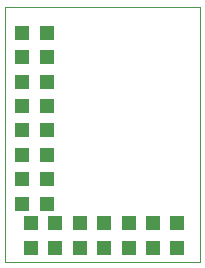
<source format=gtp>
G75*
%MOIN*%
%OFA0B0*%
%FSLAX24Y24*%
%IPPOS*%
%LPD*%
%AMOC8*
5,1,8,0,0,1.08239X$1,22.5*
%
%ADD10C,0.0000*%
%ADD11R,0.0472X0.0472*%
D10*
X002392Y002517D02*
X002392Y011017D01*
X008892Y011017D01*
X008892Y002517D01*
X002392Y002517D01*
D11*
X003267Y002978D03*
X004079Y002978D03*
X004892Y002978D03*
X004892Y003805D03*
X004079Y003805D03*
X003805Y004454D03*
X003267Y003805D03*
X002978Y004454D03*
X002978Y005267D03*
X002978Y006079D03*
X002978Y006892D03*
X002978Y007704D03*
X002978Y008517D03*
X002978Y009329D03*
X002978Y010142D03*
X003805Y010142D03*
X003805Y009329D03*
X003805Y008517D03*
X003805Y007704D03*
X003805Y006892D03*
X003805Y006079D03*
X003805Y005267D03*
X005704Y003805D03*
X006517Y003805D03*
X007329Y003805D03*
X007329Y002978D03*
X006517Y002978D03*
X005704Y002978D03*
X008142Y002978D03*
X008142Y003805D03*
M02*

</source>
